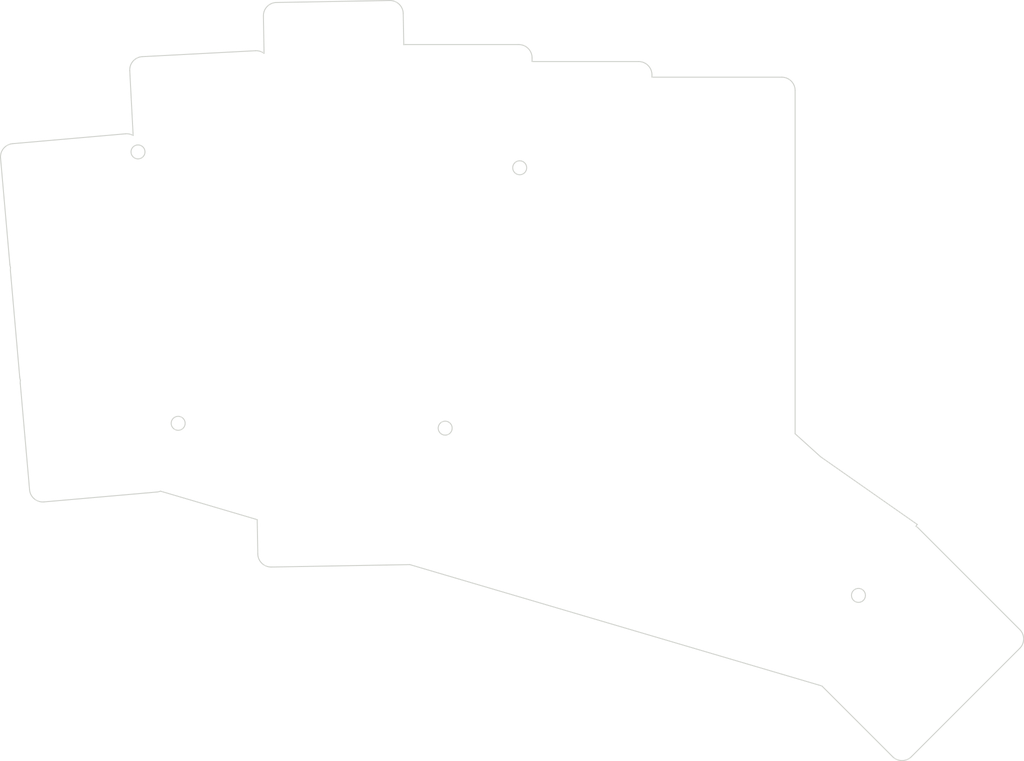
<source format=kicad_pcb>

            
(kicad_pcb (version 20171130) (host pcbnew 5.1.6)

  (page A3)
  (title_block
    (title bottom_plate)
    (rev 0.3)
    (company Deon)
  )

  (general
    (thickness 1.6)
  )

  (layers
    (0 F.Cu signal)
    (31 B.Cu signal)
    (32 B.Adhes user)
    (33 F.Adhes user)
    (34 B.Paste user)
    (35 F.Paste user)
    (36 B.SilkS user)
    (37 F.SilkS user)
    (38 B.Mask user)
    (39 F.Mask user)
    (40 Dwgs.User user)
    (41 Cmts.User user)
    (42 Eco1.User user)
    (43 Eco2.User user)
    (44 Edge.Cuts user)
    (45 Margin user)
    (46 B.CrtYd user)
    (47 F.CrtYd user)
    (48 B.Fab user)
    (49 F.Fab user)
  )

  (setup
    (last_trace_width 0.25)
    (trace_clearance 0.2)
    (zone_clearance 0.508)
    (zone_45_only no)
    (trace_min 0.2)
    (via_size 0.8)
    (via_drill 0.4)
    (via_min_size 0.4)
    (via_min_drill 0.3)
    (uvia_size 0.3)
    (uvia_drill 0.1)
    (uvias_allowed no)
    (uvia_min_size 0.2)
    (uvia_min_drill 0.1)
    (edge_width 0.05)
    (segment_width 0.2)
    (pcb_text_width 0.3)
    (pcb_text_size 1.5 1.5)
    (mod_edge_width 0.12)
    (mod_text_size 1 1)
    (mod_text_width 0.15)
    (pad_size 1.524 1.524)
    (pad_drill 0.762)
    (pad_to_mask_clearance 0.05)
    (aux_axis_origin 0 0)
    (visible_elements FFFFFF7F)
    (pcbplotparams
      (layerselection 0x010fc_ffffffff)
      (usegerberextensions false)
      (usegerberattributes true)
      (usegerberadvancedattributes true)
      (creategerberjobfile true)
      (excludeedgelayer true)
      (linewidth 0.100000)
      (plotframeref false)
      (viasonmask false)
      (mode 1)
      (useauxorigin false)
      (hpglpennumber 1)
      (hpglpenspeed 20)
      (hpglpendiameter 15.000000)
      (psnegative false)
      (psa4output false)
      (plotreference true)
      (plotvalue true)
      (plotinvisibletext false)
      (padsonsilk false)
      (subtractmaskfromsilk false)
      (outputformat 1)
      (mirror false)
      (drillshape 1)
      (scaleselection 1)
      (outputdirectory ""))
  )

            (net 0 "")
            
  (net_class Default "This is the default net class."
    (clearance 0.2)
    (trace_width 0.25)
    (via_dia 0.8)
    (via_drill 0.4)
    (uvia_dia 0.3)
    (uvia_drill 0.1)
    (add_net "")
  )

            
            (gr_line (start -7.5960975 10.7027708) (end 9.339212400000001 9.2211232) (angle 90) (layer Edge.Cuts) (width 0.15))
(gr_arc (start 9.1649009 7.2287338) (end 9.3392124 9.2211232) (angle -16.449175615318268) (layer Edge.Cuts) (width 0.15))
(gr_arc (start -9.1649009 -7.2287338000000005) (end -11.137601499999999 -7.5580549) (angle -14.477515648911606) (layer Edge.Cuts) (width 0.15))
(gr_line (start -11.1572903 -7.054422299999999) (end -9.7627984 8.8846929) (angle 90) (layer Edge.Cuts) (width 0.15))
(gr_arc (start -7.770409 8.7103814) (end -9.7627984 8.8846929) (angle -90) (layer Edge.Cuts) (width 0.15))
(gr_arc (start -10.6465485 -24.1640437) (end -12.6192491 -24.493364800000002) (angle -14.477515648911663) (layer Edge.Cuts) (width 0.15))
(gr_line (start -12.6389379 -23.9897322) (end -11.244446 -8.050617) (angle 90) (layer Edge.Cuts) (width 0.15))
(gr_arc (start -9.2520566 -8.2249285) (end -11.244446 -8.050617) (angle -14.47750864595821) (layer Edge.Cuts) (width 0.15))
(gr_arc (start 4.8071138 -42.5810012) (end 5.7910772 -44.322212300000004) (angle -34.47091611794221) (layer Edge.Cuts) (width 0.15))
(gr_line (start 4.632802299999998 -44.573390599999996) (end -12.3025076 -43.091743) (angle 90) (layer Edge.Cuts) (width 0.15))
(gr_arc (start -12.1281961 -41.0993536) (end -12.3025076 -43.091743) (angle -90) (layer Edge.Cuts) (width 0.15))
(gr_line (start -14.1205855 -40.9250421) (end -12.7260936 -24.985926900000003) (angle 90) (layer Edge.Cuts) (width 0.15))
(gr_arc (start -10.733704200000002 -25.1602384) (end -12.726093600000002 -24.9859269) (angle -14.47750864595821) (layer Edge.Cuts) (width 0.15))
(gr_arc (start 24.254869100000004 -55.0512066) (end 25.449118100000003 -56.6555037) (angle -39.66423228112681) (layer Edge.Cuts) (width 0.15))
(gr_line (start 24.150197200000004 -57.0484657) (end 7.173495100000004 -56.1587544) (angle 90) (layer Edge.Cuts) (width 0.15))
(gr_arc (start 7.278167000000005 -54.1614953) (end 7.173495100000006 -56.1587544) (angle -90) (layer Edge.Cuts) (width 0.15))
(gr_line (start 5.280907900000004 -54.0568234) (end 5.7910772 -44.322212300000004) (angle 90) (layer Edge.Cuts) (width 0.15))
(gr_line (start 46.4296392 -57.9547171) (end 46.34810459999999 -62.625827900000004) (angle 90) (layer Edge.Cuts) (width 0.15))
(gr_arc (start 44.34840929999999 -62.5909231) (end 46.34810469999999 -62.6258279) (angle -90) (layer Edge.Cuts) (width 0.15))
(gr_line (start 44.31350439999999 -64.5906185) (end 27.316093599999995 -64.2939276) (angle 90) (layer Edge.Cuts) (width 0.15))
(gr_arc (start 27.350998399999995 -62.294232199999996) (end 27.316093599999995 -64.29392759999999) (angle -90) (layer Edge.Cuts) (width 0.15))
(gr_line (start 25.351302999999994 -62.259327400000004) (end 25.449118100000003 -56.6555037) (angle 90) (layer Edge.Cuts) (width 0.15))
(gr_line (start 65.6985637 -55.422879699999996) (end 65.6985637 -55.9728797) (angle 90) (layer Edge.Cuts) (width 0.15))
(gr_arc (start 63.698563699999994 -55.9728797) (end 65.6985637 -55.9728797) (angle -90) (layer Edge.Cuts) (width 0.15))
(gr_line (start 63.698563699999994 -57.9728797) (end 46.698563699999994 -57.9728797) (angle 90) (layer Edge.Cuts) (width 0.15))
(gr_arc (start 46.698563699999994 -55.9728797) (end 46.698563699999994 -57.9728797) (angle -7.727525700330489) (layer Edge.Cuts) (width 0.15))
(gr_line (start 83.69856379999999 -53.072879699999994) (end 83.69856379999999 -53.422879699999996) (angle 90) (layer Edge.Cuts) (width 0.15))
(gr_arc (start 81.69856379999999 -53.422879699999996) (end 83.69856379999999 -53.422879699999996) (angle -90) (layer Edge.Cuts) (width 0.15))
(gr_line (start 81.69856379999999 -55.422879699999996) (end 65.6985637 -55.422879699999996) (angle 90) (layer Edge.Cuts) (width 0.15))
(gr_line (start 105.19856379999999 0.4706420604588857) (end 109.02751429780392 3.9278878269594344) (angle 90) (layer Edge.Cuts) (width 0.15))
(gr_line (start 109.21998096492294 38.344948564922966) (end 47.34190464162967 20.11943033159165) (angle 90) (layer Edge.Cuts) (width 0.15))
(gr_line (start 24.421046174455924 13.368339335573948) (end 9.8962524 9.0902184) (angle 90) (layer Edge.Cuts) (width 0.15))
(gr_line (start 123.34251929999999 14.366937200000008) (end 123.5377756 14.088082200000006) (angle 90) (layer Edge.Cuts) (width 0.15))
(gr_line (start 123.5377756 14.088082200000006) (end 109.02751429780392 3.9278878269594344) (angle 90) (layer Edge.Cuts) (width 0.15))
(gr_line (start 122.66398829999999 48.960528800000006) (end 138.9274442 32.69707290000001) (angle 90) (layer Edge.Cuts) (width 0.15))
(gr_arc (start 137.51323069999998 31.282859300000005) (end 138.9274443 32.69707290000001) (angle -90) (layer Edge.Cuts) (width 0.15))
(gr_line (start 138.9274442 29.868645800000007) (end 123.72464839999999 14.665850000000006) (angle 90) (layer Edge.Cuts) (width 0.15))
(gr_arc (start 122.31043489999999 16.08006350000001) (end 123.72464849999999 14.665849900000008) (angle -13.932857133698988) (layer Edge.Cuts) (width 0.15))
(gr_line (start 109.21998096492294 38.34494856492296) (end 119.83556119999999 48.960528800000006) (angle 90) (layer Edge.Cuts) (width 0.15))
(gr_arc (start 121.24977469999999 47.5463153) (end 119.83556109999999 48.9605289) (angle -90) (layer Edge.Cuts) (width 0.15))
(gr_line (start 26.545527799999995 20.4824325) (end 47.34190464162967 20.119430331591655) (angle 90) (layer Edge.Cuts) (width 0.15))
(gr_line (start 24.421046174455924 13.368339335573864) (end 24.510927599999995 18.5176419) (angle 90) (layer Edge.Cuts) (width 0.15))
(gr_arc (start 26.510622899999994 18.4827371) (end 24.510927499999994 18.5176419) (angle -90) (layer Edge.Cuts) (width 0.15))
(gr_line (start 105.19856379999999 0.4706420604588857) (end 105.19856379999999 -51.072879699999994) (angle 90) (layer Edge.Cuts) (width 0.15))
(gr_arc (start 103.19856379999999 -51.072879699999994) (end 105.19856379999999 -51.072879699999994) (angle -90) (layer Edge.Cuts) (width 0.15))
(gr_line (start 103.19856379999999 -53.072879699999994) (end 83.69856379999999 -53.072879699999994) (angle 90) (layer Edge.Cuts) (width 0.15))
(gr_circle (center 6.521201100000004 -41.8550132) (end 7.571201100000004 -41.8550132) (layer Edge.Cuts) (width 0.15))
(gr_circle (center 12.5520532 -1.0981624) (end 13.6020532 -1.0981624) (layer Edge.Cuts) (width 0.15))
(gr_circle (center 63.83856379999999 -39.47287969999999) (end 64.88856379999999 -39.47287969999999) (layer Edge.Cuts) (width 0.15))
(gr_circle (center 52.6485637 -0.3728796999999986) (end 53.698563699999994 -0.3728796999999986) (layer Edge.Cuts) (width 0.15))
(gr_circle (center 114.709037 24.742121600000004) (end 115.75903699999999 24.742121600000004) (layer Edge.Cuts) (width 0.15))
            
)

        
</source>
